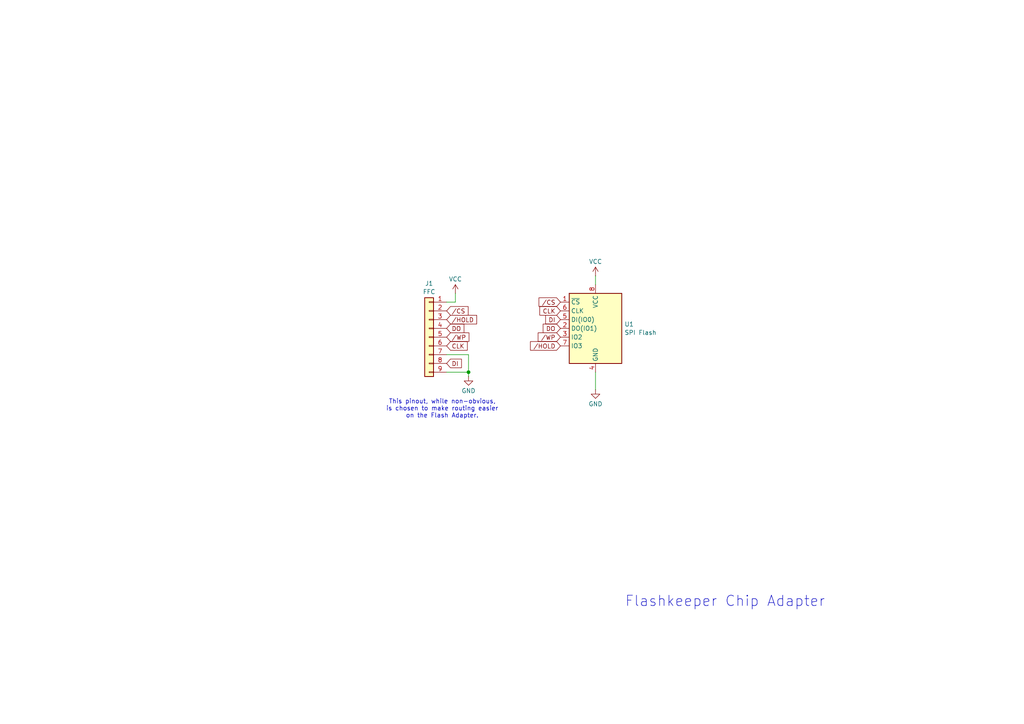
<source format=kicad_sch>
(kicad_sch (version 20250114) (generator "eeschema") (generator_version "9.0")
  (paper "A4")
  (lib_symbols
    (symbol "Connector_Generic:Conn_01x09" (pin_names (offset 1.016) (hide yes))
      (property "Reference" "J" (at 0 12.7 0))
      (property "Value" "Conn_01x09" (at 0 -12.7 0))
      (symbol "Conn_01x09_1_1"
        (rectangle (start -1.27 11.43) (end 1.27 -11.43) (stroke (width 0.254)) (fill (type background)))
        (rectangle (start -1.27 10.287) (end 0 10.033) (stroke (width 0.1524)))
        (rectangle (start -1.27 7.747) (end 0 7.493) (stroke (width 0.1524)))
        (rectangle (start -1.27 5.207) (end 0 4.953) (stroke (width 0.1524)))
        (rectangle (start -1.27 2.667) (end 0 2.413) (stroke (width 0.1524)))
        (rectangle (start -1.27 0.127) (end 0 -0.127) (stroke (width 0.1524)))
        (rectangle (start -1.27 -2.413) (end 0 -2.667) (stroke (width 0.1524)))
        (rectangle (start -1.27 -4.953) (end 0 -5.207) (stroke (width 0.1524)))
        (rectangle (start -1.27 -7.493) (end 0 -7.747) (stroke (width 0.1524)))
        (rectangle (start -1.27 -10.033) (end 0 -10.287) (stroke (width 0.1524)))
        (pin passive line (at -5.08 10.16 0) (length 3.81) (name "Pin_1") (number "1"))
        (pin passive line (at -5.08 7.62 0) (length 3.81) (name "Pin_2") (number "2"))
        (pin passive line (at -5.08 5.08 0) (length 3.81) (name "Pin_3") (number "3"))
        (pin passive line (at -5.08 2.54 0) (length 3.81) (name "Pin_4") (number "4"))
        (pin passive line (at -5.08 0 0) (length 3.81) (name "Pin_5") (number "5"))
        (pin passive line (at -5.08 -2.54 0) (length 3.81) (name "Pin_6") (number "6"))
        (pin passive line (at -5.08 -5.08 0) (length 3.81) (name "Pin_7") (number "7"))
        (pin passive line (at -5.08 -7.62 0) (length 3.81) (name "Pin_8") (number "8"))
        (pin passive line (at -5.08 -10.16 0) (length 3.81) (name "Pin_9") (number "9"))
      )
    )
    (symbol "Memory_Flash:W25Q32JVSS"
      (property "Reference" "U" (at -6.35 11.43 0))
      (property "Value" "W25Q32JVSS" (at 7.62 11.43 0))
      (symbol "W25Q32JVSS_0_1"
        (rectangle (start -7.62 10.16) (end 7.62 -10.16) (stroke (width 0.254)) (fill (type background)))
      )
      (symbol "W25Q32JVSS_1_1"
        (pin input line (at -10.16 7.62 0) (length 2.54) (name "~{CS}") (number "1"))
        (pin input line (at -10.16 5.08 0) (length 2.54) (name "CLK") (number "6"))
        (pin bidirectional line (at -10.16 2.54 0) (length 2.54) (name "DI(IO0)") (number "5"))
        (pin bidirectional line (at -10.16 0 0) (length 2.54) (name "DO(IO1)") (number "2"))
        (pin bidirectional line (at -10.16 -2.54 0) (length 2.54) (name "IO2") (number "3"))
        (pin bidirectional line (at -10.16 -5.08 0) (length 2.54) (name "IO3") (number "7"))
        (pin power_in line (at 0 12.7 270) (length 2.54) (name "VCC") (number "8"))
        (pin power_in line (at 0 -12.7 90) (length 2.54) (name "GND") (number "4"))
      )
    )
    (symbol "power:GND" (power) (pin_numbers (hide yes)) (pin_names (offset 0) (hide yes))
      (property "Value" "GND" (at 0 -3.81 0))
      (symbol "GND_0_1"
        (polyline (pts (xy 0 0) (xy 0 -1.27) (xy 1.27 -1.27) (xy 0 -2.54) (xy -1.27 -1.27) (xy 0 -1.27)))
      )
      (symbol "GND_1_1"
        (pin power_in line (at 0 0 270) (length 0) (name "~") (number "1"))
      )
    )
    (symbol "power:VCC" (power) (pin_numbers (hide yes)) (pin_names (offset 0) (hide yes))
      (property "Value" "VCC" (at 0 3.556 0))
      (symbol "VCC_0_1"
        (polyline (pts (xy -0.762 1.27) (xy 0 2.54)))
        (polyline (pts (xy 0 2.54) (xy 0.762 1.27)))
        (polyline (pts (xy 0 0) (xy 0 2.54)))
      )
      (symbol "VCC_1_1"
        (pin power_in line (at 0 0 90) (length 0) (name "~") (number "1"))
      )
    )
  )
  (text "Flashkeeper Chip Adapter" (at 210.312 174.498 0) (effects (font (size 3 3))))
  (text "This pinout, while non-obvious,\nis chosen to make routing easier\non the Flash Adapter." (at 128.27 118.618 0) (effects (font (size 1.27 1.27))))
  (junction (at 135.89 107.95))
  (wire (pts (xy 172.72 82.55) (xy 172.72 80.01)))
  (wire (pts (xy 129.54 107.95) (xy 135.89 107.95)))
  (wire (pts (xy 132.08 85.09) (xy 132.08 87.63)))
  (wire (pts (xy 132.08 87.63) (xy 129.54 87.63)))
  (wire (pts (xy 129.54 102.87) (xy 135.89 102.87)))
  (wire (pts (xy 135.89 102.87) (xy 135.89 107.95)))
  (wire (pts (xy 172.72 107.95) (xy 172.72 113.03)))
  (wire (pts (xy 135.89 109.22) (xy 135.89 107.95)))
  (global_label "{slash}WP" (shape input) (at 129.54 97.79 0) (property "Intersheetrefs" "${INTERSHEET_REFS}" (effects (hide yes))))
  (global_label "{slash}WP" (shape input) (at 162.56 97.79 180) (property "Intersheetrefs" "${INTERSHEET_REFS}" (effects (hide yes))))
  (global_label "{slash}CS" (shape input) (at 129.54 90.17 0) (property "Intersheetrefs" "${INTERSHEET_REFS}" (effects (hide yes))))
  (global_label "CLK" (shape input) (at 162.56 90.17 180) (property "Intersheetrefs" "${INTERSHEET_REFS}" (effects (hide yes))))
  (global_label "DO" (shape input) (at 129.54 95.25 0) (property "Intersheetrefs" "${INTERSHEET_REFS}" (effects (hide yes))))
  (global_label "DO" (shape input) (at 162.56 95.25 180) (property "Intersheetrefs" "${INTERSHEET_REFS}" (effects (hide yes))))
  (global_label "{slash}HOLD" (shape input) (at 129.54 92.71 0) (property "Intersheetrefs" "${INTERSHEET_REFS}" (effects (hide yes))))
  (global_label "DI" (shape input) (at 162.56 92.71 180) (property "Intersheetrefs" "${INTERSHEET_REFS}" (effects (hide yes))))
  (global_label "DI" (shape input) (at 129.54 105.41 0) (property "Intersheetrefs" "${INTERSHEET_REFS}" (effects (hide yes))))
  (global_label "CLK" (shape input) (at 129.54 100.33 0) (property "Intersheetrefs" "${INTERSHEET_REFS}" (effects (hide yes))))
  (global_label "{slash}CS" (shape input) (at 162.56 87.63 180) (property "Intersheetrefs" "${INTERSHEET_REFS}" (effects (hide yes))))
  (global_label "{slash}HOLD" (shape input) (at 162.56 100.33 180) (property "Intersheetrefs" "${INTERSHEET_REFS}" (effects (hide yes))))
  (symbol (lib_id "power:GND") (at 135.89 109.22 0) (unit 1)
    (property "Reference" "#PWR05" (effects (hide yes)))
    (property "Value" "GND" (at 135.89 113.3531 0))
    (property "Description" "Power symbol creates a global label with name \"GND\" , ground" (effects (hide yes)))
  )
  (symbol (lib_id "Memory_Flash:W25Q32JVSS") (at 172.72 95.25 0) (unit 1)
    (property "Reference" "U1" (at 181.102 94.0378 0) (effects (justify left)))
    (property "Value" "SPI Flash" (at 181.102 96.4621 0) (effects (justify left)))
    (property "Footprint" "flashkeeper:SolderConnector_SOIC8Wide" (effects (hide yes)))
    (property "Datasheet" "http://www.winbond.com/resource-files/w25q32jv%20revg%2003272018%20plus.pdf" (effects (hide yes)))
    (property "Description" "32Mb Serial Flash Memory, Standard/Dual/Quad SPI, SOIC-8" (effects (hide yes)))
  )
  (symbol (lib_id "power:VCC") (at 172.72 80.01 0) (unit 1)
    (property "Reference" "#PWR02" (effects (hide yes)))
    (property "Value" "VCC" (at 172.72 75.8769 0))
    (property "Description" "Power symbol creates a global label with name \"VCC\"" (effects (hide yes)))
  )
  (symbol (lib_id "power:VCC") (at 132.08 85.09 0) (unit 1)
    (property "Reference" "#PWR04" (effects (hide yes)))
    (property "Value" "VCC" (at 132.08 80.9569 0))
    (property "Description" "Power symbol creates a global label with name \"VCC\"" (effects (hide yes)))
  )
  (symbol (lib_id "power:GND") (at 172.72 113.03 0) (unit 1)
    (property "Reference" "#PWR01" (effects (hide yes)))
    (property "Value" "GND" (at 172.72 117.1631 0))
    (property "Description" "Power symbol creates a global label with name \"GND\" , ground" (effects (hide yes)))
  )
  (symbol (lib_id "Connector_Generic:Conn_01x09") (at 124.46 97.79 0) (mirror y) (unit 1)
    (property "Reference" "J1" (at 124.46 82.2155 0))
    (property "Value" "FFC" (at 124.46 84.6398 0))
    (property "Footprint" "flashkeeper:TE_2328702-8" (effects (hide yes)))
    (property "Description" "Generic connector, single row, 01x09, script generated (kicad-library-utils/schlib/autogen/connector/)" (effects (hide yes)))
  )
)
</source>
